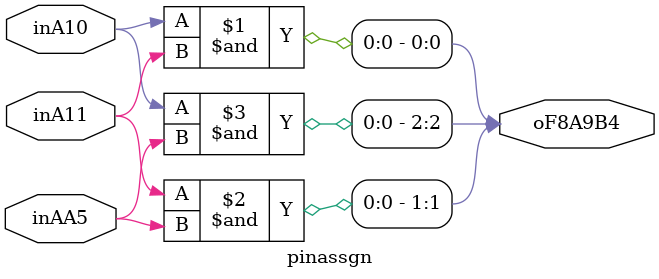
<source format=v>
/**************************************
 * Verilog source constraint example
 *    Pin Assignment for BGA Pkg.
 *    2/01/2001 K.Lee
 * Lattice Applications Engineering
 **************************************

 */

module pinassgn(inA10,inA11,inAA5,oF8A9B4);

// The syntax of Verilog Exemplar pin assignment
// exemplar attribute [SigName] loc [Pin#]

input	inA10;		//exemplar attribute inA10 loc A10
input	inA11;		//exemplar attribute inA11 loc A11
input	inAA5;		//exemplar attribute inAA5 loc AA5
output	[0:2] oF8A9B4;	//exemplar attribute oF8A9B4 loc F8,A9,B4

assign oF8A9B4[0] =  inA10 & inA11;
assign oF8A9B4[1] =  inA11 & inAA5;
assign oF8A9B4[2] =  inA10 & inAA5;

endmodule


</source>
